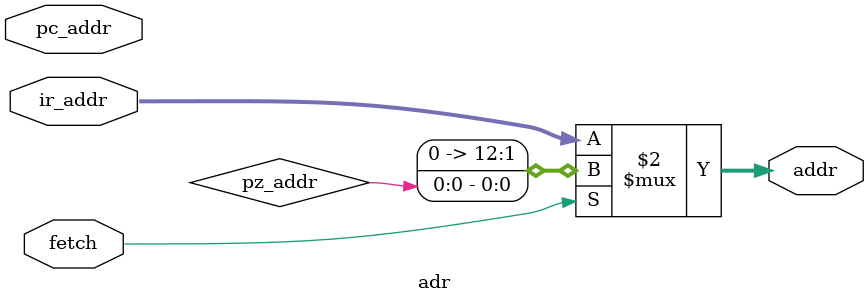
<source format=v>
`timescale 1ns / 1ps


module adr(
    addr,
    fetch,
    ir_addr,
    pc_addr
    );
    output  [12:0]  addr;
    input   [12:0]  ir_addr, pc_addr;
    input   fetch;
    
    assign  addr = fetch ? pz_addr : ir_addr;
    
endmodule

</source>
